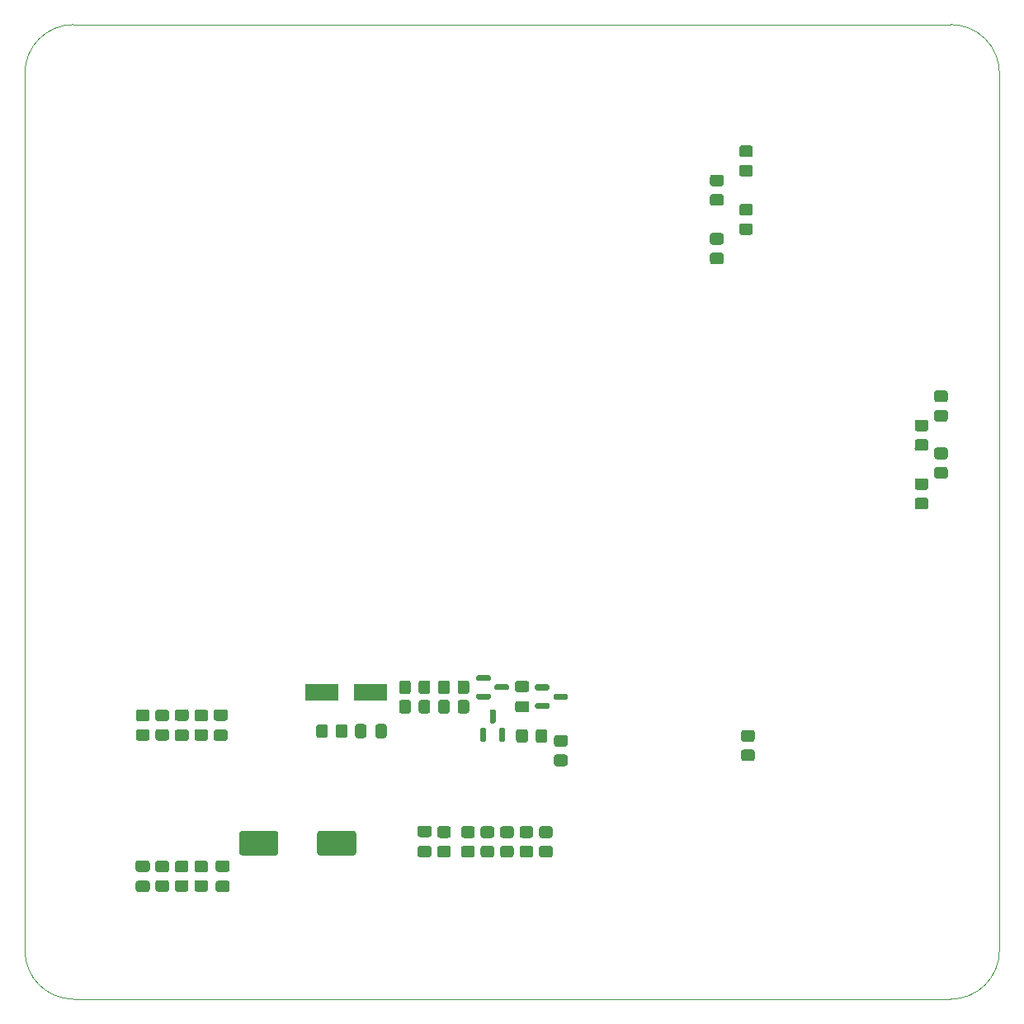
<source format=gbr>
G04 #@! TF.GenerationSoftware,KiCad,Pcbnew,6.0.10+dfsg-1~bpo11+1*
G04 #@! TF.ProjectId,project,70726f6a-6563-4742-9e6b-696361645f70,1.0.p1*
G04 #@! TF.SameCoordinates,Original*
G04 #@! TF.FileFunction,Paste,Top*
G04 #@! TF.FilePolarity,Positive*
%FSLAX46Y46*%
G04 Gerber Fmt 4.6, Leading zero omitted, Abs format (unit mm)*
%MOMM*%
%LPD*%
G01*
G04 APERTURE LIST*
G04 #@! TA.AperFunction,Profile*
%ADD10C,0.100000*%
G04 #@! TD*
%ADD11R,3.500000X1.800000*%
G04 APERTURE END LIST*
D10*
X80000000Y-55000000D02*
X170000000Y-55000000D01*
X175000000Y-60000000D02*
X175000000Y-150000000D01*
X170000000Y-155000000D02*
G75*
G03*
X175000000Y-150000000I0J5000000D01*
G01*
X170000000Y-155000000D02*
X80000000Y-155000000D01*
X75000000Y-150000000D02*
G75*
G03*
X80000000Y-155000000I5000000J0D01*
G01*
X80000000Y-55000000D02*
G75*
G03*
X75000000Y-60000000I0J-5000000D01*
G01*
X175000000Y-60000000D02*
G75*
G03*
X170000000Y-55000000I-5000000J0D01*
G01*
X75000000Y-150000000D02*
X75000000Y-60000000D01*
G36*
G01*
X120010000Y-137265000D02*
X120910000Y-137265000D01*
G75*
G02*
X121160000Y-137515000I0J-250000D01*
G01*
X121160000Y-138215000D01*
G75*
G02*
X120910000Y-138465000I-250000J0D01*
G01*
X120010000Y-138465000D01*
G75*
G02*
X119760000Y-138215000I0J250000D01*
G01*
X119760000Y-137515000D01*
G75*
G02*
X120010000Y-137265000I250000J0D01*
G01*
G37*
G36*
G01*
X120010000Y-139265000D02*
X120910000Y-139265000D01*
G75*
G02*
X121160000Y-139515000I0J-250000D01*
G01*
X121160000Y-140215000D01*
G75*
G02*
X120910000Y-140465000I-250000J0D01*
G01*
X120010000Y-140465000D01*
G75*
G02*
X119760000Y-140215000I0J250000D01*
G01*
X119760000Y-139515000D01*
G75*
G02*
X120010000Y-139265000I250000J0D01*
G01*
G37*
G36*
G01*
X127350000Y-123162500D02*
X127350000Y-122862500D01*
G75*
G02*
X127500000Y-122712500I150000J0D01*
G01*
X128675000Y-122712500D01*
G75*
G02*
X128825000Y-122862500I0J-150000D01*
G01*
X128825000Y-123162500D01*
G75*
G02*
X128675000Y-123312500I-150000J0D01*
G01*
X127500000Y-123312500D01*
G75*
G02*
X127350000Y-123162500I0J150000D01*
G01*
G37*
G36*
G01*
X127350000Y-125062500D02*
X127350000Y-124762500D01*
G75*
G02*
X127500000Y-124612500I150000J0D01*
G01*
X128675000Y-124612500D01*
G75*
G02*
X128825000Y-124762500I0J-150000D01*
G01*
X128825000Y-125062500D01*
G75*
G02*
X128675000Y-125212500I-150000J0D01*
G01*
X127500000Y-125212500D01*
G75*
G02*
X127350000Y-125062500I0J150000D01*
G01*
G37*
G36*
G01*
X129225000Y-124112500D02*
X129225000Y-123812500D01*
G75*
G02*
X129375000Y-123662500I150000J0D01*
G01*
X130550000Y-123662500D01*
G75*
G02*
X130700000Y-123812500I0J-150000D01*
G01*
X130700000Y-124112500D01*
G75*
G02*
X130550000Y-124262500I-150000J0D01*
G01*
X129375000Y-124262500D01*
G75*
G02*
X129225000Y-124112500I0J150000D01*
G01*
G37*
G36*
G01*
X167450000Y-98750000D02*
X166550000Y-98750000D01*
G75*
G02*
X166300000Y-98500000I0J250000D01*
G01*
X166300000Y-97800000D01*
G75*
G02*
X166550000Y-97550000I250000J0D01*
G01*
X167450000Y-97550000D01*
G75*
G02*
X167700000Y-97800000I0J-250000D01*
G01*
X167700000Y-98500000D01*
G75*
G02*
X167450000Y-98750000I-250000J0D01*
G01*
G37*
G36*
G01*
X167450000Y-96750000D02*
X166550000Y-96750000D01*
G75*
G02*
X166300000Y-96500000I0J250000D01*
G01*
X166300000Y-95800000D01*
G75*
G02*
X166550000Y-95550000I250000J0D01*
G01*
X167450000Y-95550000D01*
G75*
G02*
X167700000Y-95800000I0J-250000D01*
G01*
X167700000Y-96500000D01*
G75*
G02*
X167450000Y-96750000I-250000J0D01*
G01*
G37*
G36*
G01*
X109000000Y-138000000D02*
X109000000Y-140000000D01*
G75*
G02*
X108750000Y-140250000I-250000J0D01*
G01*
X105250000Y-140250000D01*
G75*
G02*
X105000000Y-140000000I0J250000D01*
G01*
X105000000Y-138000000D01*
G75*
G02*
X105250000Y-137750000I250000J0D01*
G01*
X108750000Y-137750000D01*
G75*
G02*
X109000000Y-138000000I0J-250000D01*
G01*
G37*
G36*
G01*
X101000000Y-138000000D02*
X101000000Y-140000000D01*
G75*
G02*
X100750000Y-140250000I-250000J0D01*
G01*
X97250000Y-140250000D01*
G75*
G02*
X97000000Y-140000000I0J250000D01*
G01*
X97000000Y-138000000D01*
G75*
G02*
X97250000Y-137750000I250000J0D01*
G01*
X100750000Y-137750000D01*
G75*
G02*
X101000000Y-138000000I0J-250000D01*
G01*
G37*
G36*
G01*
X126010000Y-137265000D02*
X126910000Y-137265000D01*
G75*
G02*
X127160000Y-137515000I0J-250000D01*
G01*
X127160000Y-138215000D01*
G75*
G02*
X126910000Y-138465000I-250000J0D01*
G01*
X126010000Y-138465000D01*
G75*
G02*
X125760000Y-138215000I0J250000D01*
G01*
X125760000Y-137515000D01*
G75*
G02*
X126010000Y-137265000I250000J0D01*
G01*
G37*
G36*
G01*
X126010000Y-139265000D02*
X126910000Y-139265000D01*
G75*
G02*
X127160000Y-139515000I0J-250000D01*
G01*
X127160000Y-140215000D01*
G75*
G02*
X126910000Y-140465000I-250000J0D01*
G01*
X126010000Y-140465000D01*
G75*
G02*
X125760000Y-140215000I0J250000D01*
G01*
X125760000Y-139515000D01*
G75*
G02*
X126010000Y-139265000I250000J0D01*
G01*
G37*
G36*
G01*
X108100000Y-127050000D02*
X108100000Y-127950000D01*
G75*
G02*
X107850000Y-128200000I-250000J0D01*
G01*
X107150000Y-128200000D01*
G75*
G02*
X106900000Y-127950000I0J250000D01*
G01*
X106900000Y-127050000D01*
G75*
G02*
X107150000Y-126800000I250000J0D01*
G01*
X107850000Y-126800000D01*
G75*
G02*
X108100000Y-127050000I0J-250000D01*
G01*
G37*
G36*
G01*
X106100000Y-127050000D02*
X106100000Y-127950000D01*
G75*
G02*
X105850000Y-128200000I-250000J0D01*
G01*
X105150000Y-128200000D01*
G75*
G02*
X104900000Y-127950000I0J250000D01*
G01*
X104900000Y-127050000D01*
G75*
G02*
X105150000Y-126800000I250000J0D01*
G01*
X105850000Y-126800000D01*
G75*
G02*
X106100000Y-127050000I0J-250000D01*
G01*
G37*
G36*
G01*
X125400000Y-128450000D02*
X125400000Y-127550000D01*
G75*
G02*
X125650000Y-127300000I250000J0D01*
G01*
X126350000Y-127300000D01*
G75*
G02*
X126600000Y-127550000I0J-250000D01*
G01*
X126600000Y-128450000D01*
G75*
G02*
X126350000Y-128700000I-250000J0D01*
G01*
X125650000Y-128700000D01*
G75*
G02*
X125400000Y-128450000I0J250000D01*
G01*
G37*
G36*
G01*
X127400000Y-128450000D02*
X127400000Y-127550000D01*
G75*
G02*
X127650000Y-127300000I250000J0D01*
G01*
X128350000Y-127300000D01*
G75*
G02*
X128600000Y-127550000I0J-250000D01*
G01*
X128600000Y-128450000D01*
G75*
G02*
X128350000Y-128700000I-250000J0D01*
G01*
X127650000Y-128700000D01*
G75*
G02*
X127400000Y-128450000I0J250000D01*
G01*
G37*
G36*
G01*
X126500000Y-125587500D02*
X125550000Y-125587500D01*
G75*
G02*
X125300000Y-125337500I0J250000D01*
G01*
X125300000Y-124662500D01*
G75*
G02*
X125550000Y-124412500I250000J0D01*
G01*
X126500000Y-124412500D01*
G75*
G02*
X126750000Y-124662500I0J-250000D01*
G01*
X126750000Y-125337500D01*
G75*
G02*
X126500000Y-125587500I-250000J0D01*
G01*
G37*
G36*
G01*
X126500000Y-123512500D02*
X125550000Y-123512500D01*
G75*
G02*
X125300000Y-123262500I0J250000D01*
G01*
X125300000Y-122587500D01*
G75*
G02*
X125550000Y-122337500I250000J0D01*
G01*
X126500000Y-122337500D01*
G75*
G02*
X126750000Y-122587500I0J-250000D01*
G01*
X126750000Y-123262500D01*
G75*
G02*
X126500000Y-123512500I-250000J0D01*
G01*
G37*
G36*
G01*
X121325000Y-122200000D02*
X121325000Y-121900000D01*
G75*
G02*
X121475000Y-121750000I150000J0D01*
G01*
X122650000Y-121750000D01*
G75*
G02*
X122800000Y-121900000I0J-150000D01*
G01*
X122800000Y-122200000D01*
G75*
G02*
X122650000Y-122350000I-150000J0D01*
G01*
X121475000Y-122350000D01*
G75*
G02*
X121325000Y-122200000I0J150000D01*
G01*
G37*
G36*
G01*
X121325000Y-124100000D02*
X121325000Y-123800000D01*
G75*
G02*
X121475000Y-123650000I150000J0D01*
G01*
X122650000Y-123650000D01*
G75*
G02*
X122800000Y-123800000I0J-150000D01*
G01*
X122800000Y-124100000D01*
G75*
G02*
X122650000Y-124250000I-150000J0D01*
G01*
X121475000Y-124250000D01*
G75*
G02*
X121325000Y-124100000I0J150000D01*
G01*
G37*
G36*
G01*
X123200000Y-123150000D02*
X123200000Y-122850000D01*
G75*
G02*
X123350000Y-122700000I150000J0D01*
G01*
X124525000Y-122700000D01*
G75*
G02*
X124675000Y-122850000I0J-150000D01*
G01*
X124675000Y-123150000D01*
G75*
G02*
X124525000Y-123300000I-150000J0D01*
G01*
X123350000Y-123300000D01*
G75*
G02*
X123200000Y-123150000I0J150000D01*
G01*
G37*
G36*
G01*
X168550000Y-98400000D02*
X169450000Y-98400000D01*
G75*
G02*
X169700000Y-98650000I0J-250000D01*
G01*
X169700000Y-99350000D01*
G75*
G02*
X169450000Y-99600000I-250000J0D01*
G01*
X168550000Y-99600000D01*
G75*
G02*
X168300000Y-99350000I0J250000D01*
G01*
X168300000Y-98650000D01*
G75*
G02*
X168550000Y-98400000I250000J0D01*
G01*
G37*
G36*
G01*
X168550000Y-100400000D02*
X169450000Y-100400000D01*
G75*
G02*
X169700000Y-100650000I0J-250000D01*
G01*
X169700000Y-101350000D01*
G75*
G02*
X169450000Y-101600000I-250000J0D01*
G01*
X168550000Y-101600000D01*
G75*
G02*
X168300000Y-101350000I0J250000D01*
G01*
X168300000Y-100650000D01*
G75*
G02*
X168550000Y-100400000I250000J0D01*
G01*
G37*
G36*
G01*
X116475000Y-140452500D02*
X115525000Y-140452500D01*
G75*
G02*
X115275000Y-140202500I0J250000D01*
G01*
X115275000Y-139527500D01*
G75*
G02*
X115525000Y-139277500I250000J0D01*
G01*
X116475000Y-139277500D01*
G75*
G02*
X116725000Y-139527500I0J-250000D01*
G01*
X116725000Y-140202500D01*
G75*
G02*
X116475000Y-140452500I-250000J0D01*
G01*
G37*
G36*
G01*
X116475000Y-138377500D02*
X115525000Y-138377500D01*
G75*
G02*
X115275000Y-138127500I0J250000D01*
G01*
X115275000Y-137452500D01*
G75*
G02*
X115525000Y-137202500I250000J0D01*
G01*
X116475000Y-137202500D01*
G75*
G02*
X116725000Y-137452500I0J-250000D01*
G01*
X116725000Y-138127500D01*
G75*
G02*
X116475000Y-138377500I-250000J0D01*
G01*
G37*
G36*
G01*
X116600000Y-122550000D02*
X116600000Y-123450000D01*
G75*
G02*
X116350000Y-123700000I-250000J0D01*
G01*
X115650000Y-123700000D01*
G75*
G02*
X115400000Y-123450000I0J250000D01*
G01*
X115400000Y-122550000D01*
G75*
G02*
X115650000Y-122300000I250000J0D01*
G01*
X116350000Y-122300000D01*
G75*
G02*
X116600000Y-122550000I0J-250000D01*
G01*
G37*
G36*
G01*
X114600000Y-122550000D02*
X114600000Y-123450000D01*
G75*
G02*
X114350000Y-123700000I-250000J0D01*
G01*
X113650000Y-123700000D01*
G75*
G02*
X113400000Y-123450000I0J250000D01*
G01*
X113400000Y-122550000D01*
G75*
G02*
X113650000Y-122300000I250000J0D01*
G01*
X114350000Y-122300000D01*
G75*
G02*
X114600000Y-122550000I0J-250000D01*
G01*
G37*
G36*
G01*
X90615000Y-125265000D02*
X91565000Y-125265000D01*
G75*
G02*
X91815000Y-125515000I0J-250000D01*
G01*
X91815000Y-126190000D01*
G75*
G02*
X91565000Y-126440000I-250000J0D01*
G01*
X90615000Y-126440000D01*
G75*
G02*
X90365000Y-126190000I0J250000D01*
G01*
X90365000Y-125515000D01*
G75*
G02*
X90615000Y-125265000I250000J0D01*
G01*
G37*
G36*
G01*
X90615000Y-127340000D02*
X91565000Y-127340000D01*
G75*
G02*
X91815000Y-127590000I0J-250000D01*
G01*
X91815000Y-128265000D01*
G75*
G02*
X91565000Y-128515000I-250000J0D01*
G01*
X90615000Y-128515000D01*
G75*
G02*
X90365000Y-128265000I0J250000D01*
G01*
X90365000Y-127590000D01*
G75*
G02*
X90615000Y-127340000I250000J0D01*
G01*
G37*
G36*
G01*
X167450000Y-104750000D02*
X166550000Y-104750000D01*
G75*
G02*
X166300000Y-104500000I0J250000D01*
G01*
X166300000Y-103800000D01*
G75*
G02*
X166550000Y-103550000I250000J0D01*
G01*
X167450000Y-103550000D01*
G75*
G02*
X167700000Y-103800000I0J-250000D01*
G01*
X167700000Y-104500000D01*
G75*
G02*
X167450000Y-104750000I-250000J0D01*
G01*
G37*
G36*
G01*
X167450000Y-102750000D02*
X166550000Y-102750000D01*
G75*
G02*
X166300000Y-102500000I0J250000D01*
G01*
X166300000Y-101800000D01*
G75*
G02*
X166550000Y-101550000I250000J0D01*
G01*
X167450000Y-101550000D01*
G75*
G02*
X167700000Y-101800000I0J-250000D01*
G01*
X167700000Y-102500000D01*
G75*
G02*
X167450000Y-102750000I-250000J0D01*
G01*
G37*
G36*
G01*
X92640000Y-125290000D02*
X93540000Y-125290000D01*
G75*
G02*
X93790000Y-125540000I0J-250000D01*
G01*
X93790000Y-126240000D01*
G75*
G02*
X93540000Y-126490000I-250000J0D01*
G01*
X92640000Y-126490000D01*
G75*
G02*
X92390000Y-126240000I0J250000D01*
G01*
X92390000Y-125540000D01*
G75*
G02*
X92640000Y-125290000I250000J0D01*
G01*
G37*
G36*
G01*
X92640000Y-127290000D02*
X93540000Y-127290000D01*
G75*
G02*
X93790000Y-127540000I0J-250000D01*
G01*
X93790000Y-128240000D01*
G75*
G02*
X93540000Y-128490000I-250000J0D01*
G01*
X92640000Y-128490000D01*
G75*
G02*
X92390000Y-128240000I0J250000D01*
G01*
X92390000Y-127540000D01*
G75*
G02*
X92640000Y-127290000I250000J0D01*
G01*
G37*
G36*
G01*
X86615000Y-140765000D02*
X87565000Y-140765000D01*
G75*
G02*
X87815000Y-141015000I0J-250000D01*
G01*
X87815000Y-141690000D01*
G75*
G02*
X87565000Y-141940000I-250000J0D01*
G01*
X86615000Y-141940000D01*
G75*
G02*
X86365000Y-141690000I0J250000D01*
G01*
X86365000Y-141015000D01*
G75*
G02*
X86615000Y-140765000I250000J0D01*
G01*
G37*
G36*
G01*
X86615000Y-142840000D02*
X87565000Y-142840000D01*
G75*
G02*
X87815000Y-143090000I0J-250000D01*
G01*
X87815000Y-143765000D01*
G75*
G02*
X87565000Y-144015000I-250000J0D01*
G01*
X86615000Y-144015000D01*
G75*
G02*
X86365000Y-143765000I0J250000D01*
G01*
X86365000Y-143090000D01*
G75*
G02*
X86615000Y-142840000I250000J0D01*
G01*
G37*
G36*
G01*
X168550000Y-92550000D02*
X169450000Y-92550000D01*
G75*
G02*
X169700000Y-92800000I0J-250000D01*
G01*
X169700000Y-93500000D01*
G75*
G02*
X169450000Y-93750000I-250000J0D01*
G01*
X168550000Y-93750000D01*
G75*
G02*
X168300000Y-93500000I0J250000D01*
G01*
X168300000Y-92800000D01*
G75*
G02*
X168550000Y-92550000I250000J0D01*
G01*
G37*
G36*
G01*
X168550000Y-94550000D02*
X169450000Y-94550000D01*
G75*
G02*
X169700000Y-94800000I0J-250000D01*
G01*
X169700000Y-95500000D01*
G75*
G02*
X169450000Y-95750000I-250000J0D01*
G01*
X168550000Y-95750000D01*
G75*
G02*
X168300000Y-95500000I0J250000D01*
G01*
X168300000Y-94800000D01*
G75*
G02*
X168550000Y-94550000I250000J0D01*
G01*
G37*
G36*
G01*
X95565000Y-128515000D02*
X94615000Y-128515000D01*
G75*
G02*
X94365000Y-128265000I0J250000D01*
G01*
X94365000Y-127590000D01*
G75*
G02*
X94615000Y-127340000I250000J0D01*
G01*
X95565000Y-127340000D01*
G75*
G02*
X95815000Y-127590000I0J-250000D01*
G01*
X95815000Y-128265000D01*
G75*
G02*
X95565000Y-128515000I-250000J0D01*
G01*
G37*
G36*
G01*
X95565000Y-126440000D02*
X94615000Y-126440000D01*
G75*
G02*
X94365000Y-126190000I0J250000D01*
G01*
X94365000Y-125515000D01*
G75*
G02*
X94615000Y-125265000I250000J0D01*
G01*
X95565000Y-125265000D01*
G75*
G02*
X95815000Y-125515000I0J-250000D01*
G01*
X95815000Y-126190000D01*
G75*
G02*
X95565000Y-126440000I-250000J0D01*
G01*
G37*
G36*
G01*
X122200000Y-128612500D02*
X121900000Y-128612500D01*
G75*
G02*
X121750000Y-128462500I0J150000D01*
G01*
X121750000Y-127287500D01*
G75*
G02*
X121900000Y-127137500I150000J0D01*
G01*
X122200000Y-127137500D01*
G75*
G02*
X122350000Y-127287500I0J-150000D01*
G01*
X122350000Y-128462500D01*
G75*
G02*
X122200000Y-128612500I-150000J0D01*
G01*
G37*
G36*
G01*
X124100000Y-128612500D02*
X123800000Y-128612500D01*
G75*
G02*
X123650000Y-128462500I0J150000D01*
G01*
X123650000Y-127287500D01*
G75*
G02*
X123800000Y-127137500I150000J0D01*
G01*
X124100000Y-127137500D01*
G75*
G02*
X124250000Y-127287500I0J-150000D01*
G01*
X124250000Y-128462500D01*
G75*
G02*
X124100000Y-128612500I-150000J0D01*
G01*
G37*
G36*
G01*
X123150000Y-126737500D02*
X122850000Y-126737500D01*
G75*
G02*
X122700000Y-126587500I0J150000D01*
G01*
X122700000Y-125412500D01*
G75*
G02*
X122850000Y-125262500I150000J0D01*
G01*
X123150000Y-125262500D01*
G75*
G02*
X123300000Y-125412500I0J-150000D01*
G01*
X123300000Y-126587500D01*
G75*
G02*
X123150000Y-126737500I-150000J0D01*
G01*
G37*
G36*
G01*
X95765000Y-144015000D02*
X94815000Y-144015000D01*
G75*
G02*
X94565000Y-143765000I0J250000D01*
G01*
X94565000Y-143090000D01*
G75*
G02*
X94815000Y-142840000I250000J0D01*
G01*
X95765000Y-142840000D01*
G75*
G02*
X96015000Y-143090000I0J-250000D01*
G01*
X96015000Y-143765000D01*
G75*
G02*
X95765000Y-144015000I-250000J0D01*
G01*
G37*
G36*
G01*
X95765000Y-141940000D02*
X94815000Y-141940000D01*
G75*
G02*
X94565000Y-141690000I0J250000D01*
G01*
X94565000Y-141015000D01*
G75*
G02*
X94815000Y-140765000I250000J0D01*
G01*
X95765000Y-140765000D01*
G75*
G02*
X96015000Y-141015000I0J-250000D01*
G01*
X96015000Y-141690000D01*
G75*
G02*
X95765000Y-141940000I-250000J0D01*
G01*
G37*
G36*
G01*
X145550000Y-76400000D02*
X146450000Y-76400000D01*
G75*
G02*
X146700000Y-76650000I0J-250000D01*
G01*
X146700000Y-77350000D01*
G75*
G02*
X146450000Y-77600000I-250000J0D01*
G01*
X145550000Y-77600000D01*
G75*
G02*
X145300000Y-77350000I0J250000D01*
G01*
X145300000Y-76650000D01*
G75*
G02*
X145550000Y-76400000I250000J0D01*
G01*
G37*
G36*
G01*
X145550000Y-78400000D02*
X146450000Y-78400000D01*
G75*
G02*
X146700000Y-78650000I0J-250000D01*
G01*
X146700000Y-79350000D01*
G75*
G02*
X146450000Y-79600000I-250000J0D01*
G01*
X145550000Y-79600000D01*
G75*
G02*
X145300000Y-79350000I0J250000D01*
G01*
X145300000Y-78650000D01*
G75*
G02*
X145550000Y-78400000I250000J0D01*
G01*
G37*
G36*
G01*
X86640000Y-125290000D02*
X87540000Y-125290000D01*
G75*
G02*
X87790000Y-125540000I0J-250000D01*
G01*
X87790000Y-126240000D01*
G75*
G02*
X87540000Y-126490000I-250000J0D01*
G01*
X86640000Y-126490000D01*
G75*
G02*
X86390000Y-126240000I0J250000D01*
G01*
X86390000Y-125540000D01*
G75*
G02*
X86640000Y-125290000I250000J0D01*
G01*
G37*
G36*
G01*
X86640000Y-127290000D02*
X87540000Y-127290000D01*
G75*
G02*
X87790000Y-127540000I0J-250000D01*
G01*
X87790000Y-128240000D01*
G75*
G02*
X87540000Y-128490000I-250000J0D01*
G01*
X86640000Y-128490000D01*
G75*
G02*
X86390000Y-128240000I0J250000D01*
G01*
X86390000Y-127540000D01*
G75*
G02*
X86640000Y-127290000I250000J0D01*
G01*
G37*
G36*
G01*
X108875000Y-127975000D02*
X108875000Y-127025000D01*
G75*
G02*
X109125000Y-126775000I250000J0D01*
G01*
X109800000Y-126775000D01*
G75*
G02*
X110050000Y-127025000I0J-250000D01*
G01*
X110050000Y-127975000D01*
G75*
G02*
X109800000Y-128225000I-250000J0D01*
G01*
X109125000Y-128225000D01*
G75*
G02*
X108875000Y-127975000I0J250000D01*
G01*
G37*
G36*
G01*
X110950000Y-127975000D02*
X110950000Y-127025000D01*
G75*
G02*
X111200000Y-126775000I250000J0D01*
G01*
X111875000Y-126775000D01*
G75*
G02*
X112125000Y-127025000I0J-250000D01*
G01*
X112125000Y-127975000D01*
G75*
G02*
X111875000Y-128225000I-250000J0D01*
G01*
X111200000Y-128225000D01*
G75*
G02*
X110950000Y-127975000I0J250000D01*
G01*
G37*
G36*
G01*
X116600000Y-124550000D02*
X116600000Y-125450000D01*
G75*
G02*
X116350000Y-125700000I-250000J0D01*
G01*
X115650000Y-125700000D01*
G75*
G02*
X115400000Y-125450000I0J250000D01*
G01*
X115400000Y-124550000D01*
G75*
G02*
X115650000Y-124300000I250000J0D01*
G01*
X116350000Y-124300000D01*
G75*
G02*
X116600000Y-124550000I0J-250000D01*
G01*
G37*
G36*
G01*
X114600000Y-124550000D02*
X114600000Y-125450000D01*
G75*
G02*
X114350000Y-125700000I-250000J0D01*
G01*
X113650000Y-125700000D01*
G75*
G02*
X113400000Y-125450000I0J250000D01*
G01*
X113400000Y-124550000D01*
G75*
G02*
X113650000Y-124300000I250000J0D01*
G01*
X114350000Y-124300000D01*
G75*
G02*
X114600000Y-124550000I0J-250000D01*
G01*
G37*
G36*
G01*
X93540000Y-143990000D02*
X92640000Y-143990000D01*
G75*
G02*
X92390000Y-143740000I0J250000D01*
G01*
X92390000Y-143040000D01*
G75*
G02*
X92640000Y-142790000I250000J0D01*
G01*
X93540000Y-142790000D01*
G75*
G02*
X93790000Y-143040000I0J-250000D01*
G01*
X93790000Y-143740000D01*
G75*
G02*
X93540000Y-143990000I-250000J0D01*
G01*
G37*
G36*
G01*
X93540000Y-141990000D02*
X92640000Y-141990000D01*
G75*
G02*
X92390000Y-141740000I0J250000D01*
G01*
X92390000Y-141040000D01*
G75*
G02*
X92640000Y-140790000I250000J0D01*
G01*
X93540000Y-140790000D01*
G75*
G02*
X93790000Y-141040000I0J-250000D01*
G01*
X93790000Y-141740000D01*
G75*
G02*
X93540000Y-141990000I-250000J0D01*
G01*
G37*
G36*
G01*
X120600000Y-124550000D02*
X120600000Y-125450000D01*
G75*
G02*
X120350000Y-125700000I-250000J0D01*
G01*
X119650000Y-125700000D01*
G75*
G02*
X119400000Y-125450000I0J250000D01*
G01*
X119400000Y-124550000D01*
G75*
G02*
X119650000Y-124300000I250000J0D01*
G01*
X120350000Y-124300000D01*
G75*
G02*
X120600000Y-124550000I0J-250000D01*
G01*
G37*
G36*
G01*
X118600000Y-124550000D02*
X118600000Y-125450000D01*
G75*
G02*
X118350000Y-125700000I-250000J0D01*
G01*
X117650000Y-125700000D01*
G75*
G02*
X117400000Y-125450000I0J250000D01*
G01*
X117400000Y-124550000D01*
G75*
G02*
X117650000Y-124300000I250000J0D01*
G01*
X118350000Y-124300000D01*
G75*
G02*
X118600000Y-124550000I0J-250000D01*
G01*
G37*
G36*
G01*
X145550000Y-70400000D02*
X146450000Y-70400000D01*
G75*
G02*
X146700000Y-70650000I0J-250000D01*
G01*
X146700000Y-71350000D01*
G75*
G02*
X146450000Y-71600000I-250000J0D01*
G01*
X145550000Y-71600000D01*
G75*
G02*
X145300000Y-71350000I0J250000D01*
G01*
X145300000Y-70650000D01*
G75*
G02*
X145550000Y-70400000I250000J0D01*
G01*
G37*
G36*
G01*
X145550000Y-72400000D02*
X146450000Y-72400000D01*
G75*
G02*
X146700000Y-72650000I0J-250000D01*
G01*
X146700000Y-73350000D01*
G75*
G02*
X146450000Y-73600000I-250000J0D01*
G01*
X145550000Y-73600000D01*
G75*
G02*
X145300000Y-73350000I0J250000D01*
G01*
X145300000Y-72650000D01*
G75*
G02*
X145550000Y-72400000I250000J0D01*
G01*
G37*
D11*
X110500000Y-123500000D03*
X105500000Y-123500000D03*
G36*
G01*
X122010000Y-137265000D02*
X122910000Y-137265000D01*
G75*
G02*
X123160000Y-137515000I0J-250000D01*
G01*
X123160000Y-138215000D01*
G75*
G02*
X122910000Y-138465000I-250000J0D01*
G01*
X122010000Y-138465000D01*
G75*
G02*
X121760000Y-138215000I0J250000D01*
G01*
X121760000Y-137515000D01*
G75*
G02*
X122010000Y-137265000I250000J0D01*
G01*
G37*
G36*
G01*
X122010000Y-139265000D02*
X122910000Y-139265000D01*
G75*
G02*
X123160000Y-139515000I0J-250000D01*
G01*
X123160000Y-140215000D01*
G75*
G02*
X122910000Y-140465000I-250000J0D01*
G01*
X122010000Y-140465000D01*
G75*
G02*
X121760000Y-140215000I0J250000D01*
G01*
X121760000Y-139515000D01*
G75*
G02*
X122010000Y-139265000I250000J0D01*
G01*
G37*
G36*
G01*
X117550000Y-137265000D02*
X118450000Y-137265000D01*
G75*
G02*
X118700000Y-137515000I0J-250000D01*
G01*
X118700000Y-138215000D01*
G75*
G02*
X118450000Y-138465000I-250000J0D01*
G01*
X117550000Y-138465000D01*
G75*
G02*
X117300000Y-138215000I0J250000D01*
G01*
X117300000Y-137515000D01*
G75*
G02*
X117550000Y-137265000I250000J0D01*
G01*
G37*
G36*
G01*
X117550000Y-139265000D02*
X118450000Y-139265000D01*
G75*
G02*
X118700000Y-139515000I0J-250000D01*
G01*
X118700000Y-140215000D01*
G75*
G02*
X118450000Y-140465000I-250000J0D01*
G01*
X117550000Y-140465000D01*
G75*
G02*
X117300000Y-140215000I0J250000D01*
G01*
X117300000Y-139515000D01*
G75*
G02*
X117550000Y-139265000I250000J0D01*
G01*
G37*
G36*
G01*
X89540000Y-128490000D02*
X88640000Y-128490000D01*
G75*
G02*
X88390000Y-128240000I0J250000D01*
G01*
X88390000Y-127540000D01*
G75*
G02*
X88640000Y-127290000I250000J0D01*
G01*
X89540000Y-127290000D01*
G75*
G02*
X89790000Y-127540000I0J-250000D01*
G01*
X89790000Y-128240000D01*
G75*
G02*
X89540000Y-128490000I-250000J0D01*
G01*
G37*
G36*
G01*
X89540000Y-126490000D02*
X88640000Y-126490000D01*
G75*
G02*
X88390000Y-126240000I0J250000D01*
G01*
X88390000Y-125540000D01*
G75*
G02*
X88640000Y-125290000I250000J0D01*
G01*
X89540000Y-125290000D01*
G75*
G02*
X89790000Y-125540000I0J-250000D01*
G01*
X89790000Y-126240000D01*
G75*
G02*
X89540000Y-126490000I-250000J0D01*
G01*
G37*
G36*
G01*
X124010000Y-137265000D02*
X124910000Y-137265000D01*
G75*
G02*
X125160000Y-137515000I0J-250000D01*
G01*
X125160000Y-138215000D01*
G75*
G02*
X124910000Y-138465000I-250000J0D01*
G01*
X124010000Y-138465000D01*
G75*
G02*
X123760000Y-138215000I0J250000D01*
G01*
X123760000Y-137515000D01*
G75*
G02*
X124010000Y-137265000I250000J0D01*
G01*
G37*
G36*
G01*
X124010000Y-139265000D02*
X124910000Y-139265000D01*
G75*
G02*
X125160000Y-139515000I0J-250000D01*
G01*
X125160000Y-140215000D01*
G75*
G02*
X124910000Y-140465000I-250000J0D01*
G01*
X124010000Y-140465000D01*
G75*
G02*
X123760000Y-140215000I0J250000D01*
G01*
X123760000Y-139515000D01*
G75*
G02*
X124010000Y-139265000I250000J0D01*
G01*
G37*
G36*
G01*
X128010000Y-137265000D02*
X128910000Y-137265000D01*
G75*
G02*
X129160000Y-137515000I0J-250000D01*
G01*
X129160000Y-138215000D01*
G75*
G02*
X128910000Y-138465000I-250000J0D01*
G01*
X128010000Y-138465000D01*
G75*
G02*
X127760000Y-138215000I0J250000D01*
G01*
X127760000Y-137515000D01*
G75*
G02*
X128010000Y-137265000I250000J0D01*
G01*
G37*
G36*
G01*
X128010000Y-139265000D02*
X128910000Y-139265000D01*
G75*
G02*
X129160000Y-139515000I0J-250000D01*
G01*
X129160000Y-140215000D01*
G75*
G02*
X128910000Y-140465000I-250000J0D01*
G01*
X128010000Y-140465000D01*
G75*
G02*
X127760000Y-140215000I0J250000D01*
G01*
X127760000Y-139515000D01*
G75*
G02*
X128010000Y-139265000I250000J0D01*
G01*
G37*
G36*
G01*
X130450000Y-131100000D02*
X129550000Y-131100000D01*
G75*
G02*
X129300000Y-130850000I0J250000D01*
G01*
X129300000Y-130150000D01*
G75*
G02*
X129550000Y-129900000I250000J0D01*
G01*
X130450000Y-129900000D01*
G75*
G02*
X130700000Y-130150000I0J-250000D01*
G01*
X130700000Y-130850000D01*
G75*
G02*
X130450000Y-131100000I-250000J0D01*
G01*
G37*
G36*
G01*
X130450000Y-129100000D02*
X129550000Y-129100000D01*
G75*
G02*
X129300000Y-128850000I0J250000D01*
G01*
X129300000Y-128150000D01*
G75*
G02*
X129550000Y-127900000I250000J0D01*
G01*
X130450000Y-127900000D01*
G75*
G02*
X130700000Y-128150000I0J-250000D01*
G01*
X130700000Y-128850000D01*
G75*
G02*
X130450000Y-129100000I-250000J0D01*
G01*
G37*
G36*
G01*
X149640000Y-130585000D02*
X148740000Y-130585000D01*
G75*
G02*
X148490000Y-130335000I0J250000D01*
G01*
X148490000Y-129635000D01*
G75*
G02*
X148740000Y-129385000I250000J0D01*
G01*
X149640000Y-129385000D01*
G75*
G02*
X149890000Y-129635000I0J-250000D01*
G01*
X149890000Y-130335000D01*
G75*
G02*
X149640000Y-130585000I-250000J0D01*
G01*
G37*
G36*
G01*
X149640000Y-128585000D02*
X148740000Y-128585000D01*
G75*
G02*
X148490000Y-128335000I0J250000D01*
G01*
X148490000Y-127635000D01*
G75*
G02*
X148740000Y-127385000I250000J0D01*
G01*
X149640000Y-127385000D01*
G75*
G02*
X149890000Y-127635000I0J-250000D01*
G01*
X149890000Y-128335000D01*
G75*
G02*
X149640000Y-128585000I-250000J0D01*
G01*
G37*
G36*
G01*
X148550000Y-67400000D02*
X149450000Y-67400000D01*
G75*
G02*
X149700000Y-67650000I0J-250000D01*
G01*
X149700000Y-68350000D01*
G75*
G02*
X149450000Y-68600000I-250000J0D01*
G01*
X148550000Y-68600000D01*
G75*
G02*
X148300000Y-68350000I0J250000D01*
G01*
X148300000Y-67650000D01*
G75*
G02*
X148550000Y-67400000I250000J0D01*
G01*
G37*
G36*
G01*
X148550000Y-69400000D02*
X149450000Y-69400000D01*
G75*
G02*
X149700000Y-69650000I0J-250000D01*
G01*
X149700000Y-70350000D01*
G75*
G02*
X149450000Y-70600000I-250000J0D01*
G01*
X148550000Y-70600000D01*
G75*
G02*
X148300000Y-70350000I0J250000D01*
G01*
X148300000Y-69650000D01*
G75*
G02*
X148550000Y-69400000I250000J0D01*
G01*
G37*
G36*
G01*
X89540000Y-143990000D02*
X88640000Y-143990000D01*
G75*
G02*
X88390000Y-143740000I0J250000D01*
G01*
X88390000Y-143040000D01*
G75*
G02*
X88640000Y-142790000I250000J0D01*
G01*
X89540000Y-142790000D01*
G75*
G02*
X89790000Y-143040000I0J-250000D01*
G01*
X89790000Y-143740000D01*
G75*
G02*
X89540000Y-143990000I-250000J0D01*
G01*
G37*
G36*
G01*
X89540000Y-141990000D02*
X88640000Y-141990000D01*
G75*
G02*
X88390000Y-141740000I0J250000D01*
G01*
X88390000Y-141040000D01*
G75*
G02*
X88640000Y-140790000I250000J0D01*
G01*
X89540000Y-140790000D01*
G75*
G02*
X89790000Y-141040000I0J-250000D01*
G01*
X89790000Y-141740000D01*
G75*
G02*
X89540000Y-141990000I-250000J0D01*
G01*
G37*
G36*
G01*
X148550000Y-73400000D02*
X149450000Y-73400000D01*
G75*
G02*
X149700000Y-73650000I0J-250000D01*
G01*
X149700000Y-74350000D01*
G75*
G02*
X149450000Y-74600000I-250000J0D01*
G01*
X148550000Y-74600000D01*
G75*
G02*
X148300000Y-74350000I0J250000D01*
G01*
X148300000Y-73650000D01*
G75*
G02*
X148550000Y-73400000I250000J0D01*
G01*
G37*
G36*
G01*
X148550000Y-75400000D02*
X149450000Y-75400000D01*
G75*
G02*
X149700000Y-75650000I0J-250000D01*
G01*
X149700000Y-76350000D01*
G75*
G02*
X149450000Y-76600000I-250000J0D01*
G01*
X148550000Y-76600000D01*
G75*
G02*
X148300000Y-76350000I0J250000D01*
G01*
X148300000Y-75650000D01*
G75*
G02*
X148550000Y-75400000I250000J0D01*
G01*
G37*
G36*
G01*
X120600000Y-122550000D02*
X120600000Y-123450000D01*
G75*
G02*
X120350000Y-123700000I-250000J0D01*
G01*
X119650000Y-123700000D01*
G75*
G02*
X119400000Y-123450000I0J250000D01*
G01*
X119400000Y-122550000D01*
G75*
G02*
X119650000Y-122300000I250000J0D01*
G01*
X120350000Y-122300000D01*
G75*
G02*
X120600000Y-122550000I0J-250000D01*
G01*
G37*
G36*
G01*
X118600000Y-122550000D02*
X118600000Y-123450000D01*
G75*
G02*
X118350000Y-123700000I-250000J0D01*
G01*
X117650000Y-123700000D01*
G75*
G02*
X117400000Y-123450000I0J250000D01*
G01*
X117400000Y-122550000D01*
G75*
G02*
X117650000Y-122300000I250000J0D01*
G01*
X118350000Y-122300000D01*
G75*
G02*
X118600000Y-122550000I0J-250000D01*
G01*
G37*
G36*
G01*
X90640000Y-140790000D02*
X91540000Y-140790000D01*
G75*
G02*
X91790000Y-141040000I0J-250000D01*
G01*
X91790000Y-141740000D01*
G75*
G02*
X91540000Y-141990000I-250000J0D01*
G01*
X90640000Y-141990000D01*
G75*
G02*
X90390000Y-141740000I0J250000D01*
G01*
X90390000Y-141040000D01*
G75*
G02*
X90640000Y-140790000I250000J0D01*
G01*
G37*
G36*
G01*
X90640000Y-142790000D02*
X91540000Y-142790000D01*
G75*
G02*
X91790000Y-143040000I0J-250000D01*
G01*
X91790000Y-143740000D01*
G75*
G02*
X91540000Y-143990000I-250000J0D01*
G01*
X90640000Y-143990000D01*
G75*
G02*
X90390000Y-143740000I0J250000D01*
G01*
X90390000Y-143040000D01*
G75*
G02*
X90640000Y-142790000I250000J0D01*
G01*
G37*
M02*

</source>
